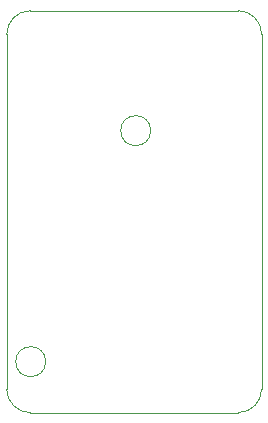
<source format=gbr>
%TF.GenerationSoftware,KiCad,Pcbnew,9.0.3*%
%TF.CreationDate,2025-12-07T20:29:13-06:00*%
%TF.ProjectId,IsolatedADSBoard,49736f6c-6174-4656-9441-4453426f6172,rev?*%
%TF.SameCoordinates,Original*%
%TF.FileFunction,Profile,NP*%
%FSLAX46Y46*%
G04 Gerber Fmt 4.6, Leading zero omitted, Abs format (unit mm)*
G04 Created by KiCad (PCBNEW 9.0.3) date 2025-12-07 20:29:13*
%MOMM*%
%LPD*%
G01*
G04 APERTURE LIST*
%TA.AperFunction,Profile*%
%ADD10C,0.050000*%
%TD*%
%TA.AperFunction,Profile*%
%ADD11C,0.100000*%
%TD*%
G04 APERTURE END LIST*
D10*
X146558000Y-43148000D02*
X146558000Y-73184000D01*
X126968000Y-41148000D02*
X144558000Y-41148000D01*
D11*
X137160000Y-51308000D02*
G75*
G02*
X134620000Y-51308000I-1270000J0D01*
G01*
X134620000Y-51308000D02*
G75*
G02*
X137160000Y-51308000I1270000J0D01*
G01*
D10*
X126968000Y-75184000D02*
G75*
G02*
X124968000Y-73184000I0J2000000D01*
G01*
D11*
X128270000Y-70866000D02*
G75*
G02*
X125730000Y-70866000I-1270000J0D01*
G01*
X125730000Y-70866000D02*
G75*
G02*
X128270000Y-70866000I1270000J0D01*
G01*
D10*
X144558000Y-41148000D02*
G75*
G02*
X146558000Y-43148000I0J-2000000D01*
G01*
X124968000Y-73184000D02*
X124968000Y-43148000D01*
X124968000Y-43148000D02*
G75*
G02*
X126968000Y-41148000I2000000J0D01*
G01*
X144558000Y-75184000D02*
X126968000Y-75184000D01*
X146558000Y-73184000D02*
G75*
G02*
X144558000Y-75184000I-2000000J0D01*
G01*
M02*

</source>
